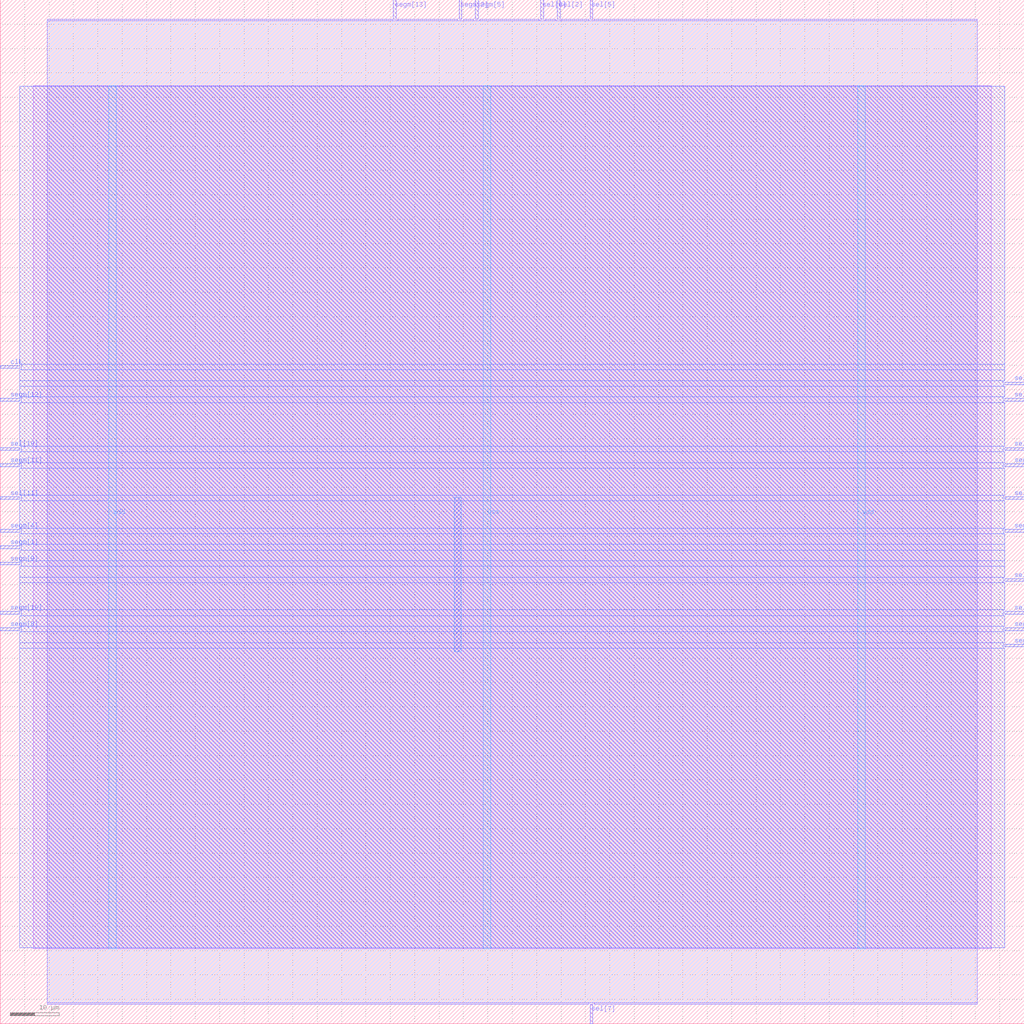
<source format=lef>
VERSION 5.7 ;
  NOWIREEXTENSIONATPIN ON ;
  DIVIDERCHAR "/" ;
  BUSBITCHARS "[]" ;
MACRO ita8
  CLASS BLOCK ;
  FOREIGN ita8 ;
  ORIGIN 0.000 0.000 ;
  SIZE 210.000 BY 210.000 ;
  PIN clk
    DIRECTION INPUT ;
    USE SIGNAL ;
    ANTENNAGATEAREA 4.738000 ;
    ANTENNADIFFAREA 0.410400 ;
    PORT
      LAYER Metal3 ;
        RECT 0.000 134.400 4.000 134.960 ;
    END
  END clk
  PIN segm[0]
    DIRECTION OUTPUT TRISTATE ;
    USE SIGNAL ;
    ANTENNADIFFAREA 4.731200 ;
    PORT
      LAYER Metal3 ;
        RECT 206.000 77.280 210.000 77.840 ;
    END
  END segm[0]
  PIN segm[10]
    DIRECTION OUTPUT TRISTATE ;
    USE SIGNAL ;
    ANTENNADIFFAREA 4.731200 ;
    PORT
      LAYER Metal3 ;
        RECT 0.000 84.000 4.000 84.560 ;
    END
  END segm[10]
  PIN segm[11]
    DIRECTION OUTPUT TRISTATE ;
    USE SIGNAL ;
    ANTENNADIFFAREA 4.731200 ;
    PORT
      LAYER Metal3 ;
        RECT 0.000 114.240 4.000 114.800 ;
    END
  END segm[11]
  PIN segm[12]
    DIRECTION OUTPUT TRISTATE ;
    USE SIGNAL ;
    ANTENNADIFFAREA 4.731200 ;
    PORT
      LAYER Metal3 ;
        RECT 0.000 127.680 4.000 128.240 ;
    END
  END segm[12]
  PIN segm[13]
    DIRECTION OUTPUT TRISTATE ;
    USE SIGNAL ;
    ANTENNADIFFAREA 4.731200 ;
    PORT
      LAYER Metal2 ;
        RECT 80.640 206.000 81.200 210.000 ;
    END
  END segm[13]
  PIN segm[1]
    DIRECTION OUTPUT TRISTATE ;
    USE SIGNAL ;
    ANTENNADIFFAREA 4.731200 ;
    PORT
      LAYER Metal3 ;
        RECT 0.000 97.440 4.000 98.000 ;
    END
  END segm[1]
  PIN segm[2]
    DIRECTION OUTPUT TRISTATE ;
    USE SIGNAL ;
    ANTENNADIFFAREA 4.731200 ;
    PORT
      LAYER Metal2 ;
        RECT 94.080 206.000 94.640 210.000 ;
    END
  END segm[2]
  PIN segm[3]
    DIRECTION OUTPUT TRISTATE ;
    USE SIGNAL ;
    ANTENNADIFFAREA 4.731200 ;
    PORT
      LAYER Metal3 ;
        RECT 206.000 80.640 210.000 81.200 ;
    END
  END segm[3]
  PIN segm[4]
    DIRECTION OUTPUT TRISTATE ;
    USE SIGNAL ;
    ANTENNADIFFAREA 4.731200 ;
    PORT
      LAYER Metal3 ;
        RECT 0.000 100.800 4.000 101.360 ;
    END
  END segm[4]
  PIN segm[5]
    DIRECTION OUTPUT TRISTATE ;
    USE SIGNAL ;
    ANTENNADIFFAREA 4.731200 ;
    PORT
      LAYER Metal2 ;
        RECT 97.440 206.000 98.000 210.000 ;
    END
  END segm[5]
  PIN segm[6]
    DIRECTION OUTPUT TRISTATE ;
    USE SIGNAL ;
    ANTENNADIFFAREA 4.731200 ;
    PORT
      LAYER Metal3 ;
        RECT 206.000 100.800 210.000 101.360 ;
    END
  END segm[6]
  PIN segm[7]
    DIRECTION OUTPUT TRISTATE ;
    USE SIGNAL ;
    ANTENNADIFFAREA 4.731200 ;
    PORT
      LAYER Metal3 ;
        RECT 206.000 114.240 210.000 114.800 ;
    END
  END segm[7]
  PIN segm[8]
    DIRECTION OUTPUT TRISTATE ;
    USE SIGNAL ;
    ANTENNADIFFAREA 4.731200 ;
    PORT
      LAYER Metal3 ;
        RECT 0.000 80.640 4.000 81.200 ;
    END
  END segm[8]
  PIN segm[9]
    DIRECTION OUTPUT TRISTATE ;
    USE SIGNAL ;
    ANTENNADIFFAREA 4.731200 ;
    PORT
      LAYER Metal3 ;
        RECT 0.000 94.080 4.000 94.640 ;
    END
  END segm[9]
  PIN sel[0]
    DIRECTION OUTPUT TRISTATE ;
    USE SIGNAL ;
    ANTENNADIFFAREA 4.731200 ;
    PORT
      LAYER Metal3 ;
        RECT 206.000 107.520 210.000 108.080 ;
    END
  END sel[0]
  PIN sel[10]
    DIRECTION OUTPUT TRISTATE ;
    USE SIGNAL ;
    ANTENNADIFFAREA 4.731200 ;
    PORT
      LAYER Metal3 ;
        RECT 0.000 117.600 4.000 118.160 ;
    END
  END sel[10]
  PIN sel[11]
    DIRECTION OUTPUT TRISTATE ;
    USE SIGNAL ;
    ANTENNADIFFAREA 4.731200 ;
    PORT
      LAYER Metal3 ;
        RECT 0.000 107.520 4.000 108.080 ;
    END
  END sel[11]
  PIN sel[1]
    DIRECTION OUTPUT TRISTATE ;
    USE SIGNAL ;
    ANTENNADIFFAREA 4.731200 ;
    PORT
      LAYER Metal3 ;
        RECT 206.000 127.680 210.000 128.240 ;
    END
  END sel[1]
  PIN sel[2]
    DIRECTION OUTPUT TRISTATE ;
    USE SIGNAL ;
    ANTENNADIFFAREA 4.731200 ;
    PORT
      LAYER Metal2 ;
        RECT 114.240 206.000 114.800 210.000 ;
    END
  END sel[2]
  PIN sel[3]
    DIRECTION OUTPUT TRISTATE ;
    USE SIGNAL ;
    ANTENNADIFFAREA 4.731200 ;
    PORT
      LAYER Metal3 ;
        RECT 206.000 84.000 210.000 84.560 ;
    END
  END sel[3]
  PIN sel[4]
    DIRECTION OUTPUT TRISTATE ;
    USE SIGNAL ;
    ANTENNADIFFAREA 4.731200 ;
    PORT
      LAYER Metal3 ;
        RECT 206.000 131.040 210.000 131.600 ;
    END
  END sel[4]
  PIN sel[5]
    DIRECTION OUTPUT TRISTATE ;
    USE SIGNAL ;
    ANTENNADIFFAREA 4.731200 ;
    PORT
      LAYER Metal2 ;
        RECT 120.960 206.000 121.520 210.000 ;
    END
  END sel[5]
  PIN sel[6]
    DIRECTION OUTPUT TRISTATE ;
    USE SIGNAL ;
    ANTENNADIFFAREA 4.731200 ;
    PORT
      LAYER Metal3 ;
        RECT 206.000 90.720 210.000 91.280 ;
    END
  END sel[6]
  PIN sel[7]
    DIRECTION OUTPUT TRISTATE ;
    USE SIGNAL ;
    ANTENNADIFFAREA 4.731200 ;
    PORT
      LAYER Metal2 ;
        RECT 120.960 0.000 121.520 4.000 ;
    END
  END sel[7]
  PIN sel[8]
    DIRECTION OUTPUT TRISTATE ;
    USE SIGNAL ;
    ANTENNADIFFAREA 4.731200 ;
    PORT
      LAYER Metal3 ;
        RECT 206.000 117.600 210.000 118.160 ;
    END
  END sel[8]
  PIN sel[9]
    DIRECTION OUTPUT TRISTATE ;
    USE SIGNAL ;
    ANTENNADIFFAREA 4.731200 ;
    PORT
      LAYER Metal2 ;
        RECT 110.880 206.000 111.440 210.000 ;
    END
  END sel[9]
  PIN vdd
    DIRECTION INOUT ;
    USE POWER ;
    PORT
      LAYER Metal4 ;
        RECT 22.240 15.380 23.840 192.380 ;
    END
    PORT
      LAYER Metal4 ;
        RECT 175.840 15.380 177.440 192.380 ;
    END
  END vdd
  PIN vss
    DIRECTION INOUT ;
    USE GROUND ;
    PORT
      LAYER Metal4 ;
        RECT 99.040 15.380 100.640 192.380 ;
    END
  END vss
  OBS
      LAYER Metal1 ;
        RECT 6.720 15.380 203.280 192.380 ;
      LAYER Metal2 ;
        RECT 9.660 205.700 80.340 206.000 ;
        RECT 81.500 205.700 93.780 206.000 ;
        RECT 94.940 205.700 97.140 206.000 ;
        RECT 98.300 205.700 110.580 206.000 ;
        RECT 111.740 205.700 113.940 206.000 ;
        RECT 115.100 205.700 120.660 206.000 ;
        RECT 121.820 205.700 200.340 206.000 ;
        RECT 9.660 4.300 200.340 205.700 ;
        RECT 9.660 4.000 120.660 4.300 ;
        RECT 121.820 4.000 200.340 4.300 ;
      LAYER Metal3 ;
        RECT 4.000 135.260 206.000 192.220 ;
        RECT 4.300 134.100 206.000 135.260 ;
        RECT 4.000 131.900 206.000 134.100 ;
        RECT 4.000 130.740 205.700 131.900 ;
        RECT 4.000 128.540 206.000 130.740 ;
        RECT 4.300 127.380 205.700 128.540 ;
        RECT 4.000 118.460 206.000 127.380 ;
        RECT 4.300 117.300 205.700 118.460 ;
        RECT 4.000 115.100 206.000 117.300 ;
        RECT 4.300 113.940 205.700 115.100 ;
        RECT 4.000 108.380 206.000 113.940 ;
        RECT 4.300 107.220 205.700 108.380 ;
        RECT 4.000 101.660 206.000 107.220 ;
        RECT 4.300 100.500 205.700 101.660 ;
        RECT 4.000 98.300 206.000 100.500 ;
        RECT 4.300 97.140 206.000 98.300 ;
        RECT 4.000 94.940 206.000 97.140 ;
        RECT 4.300 93.780 206.000 94.940 ;
        RECT 4.000 91.580 206.000 93.780 ;
        RECT 4.000 90.420 205.700 91.580 ;
        RECT 4.000 84.860 206.000 90.420 ;
        RECT 4.300 83.700 205.700 84.860 ;
        RECT 4.000 81.500 206.000 83.700 ;
        RECT 4.300 80.340 205.700 81.500 ;
        RECT 4.000 78.140 206.000 80.340 ;
        RECT 4.000 76.980 205.700 78.140 ;
        RECT 4.000 15.540 206.000 76.980 ;
      LAYER Metal4 ;
        RECT 93.100 76.250 94.500 107.990 ;
  END
END ita8
END LIBRARY


</source>
